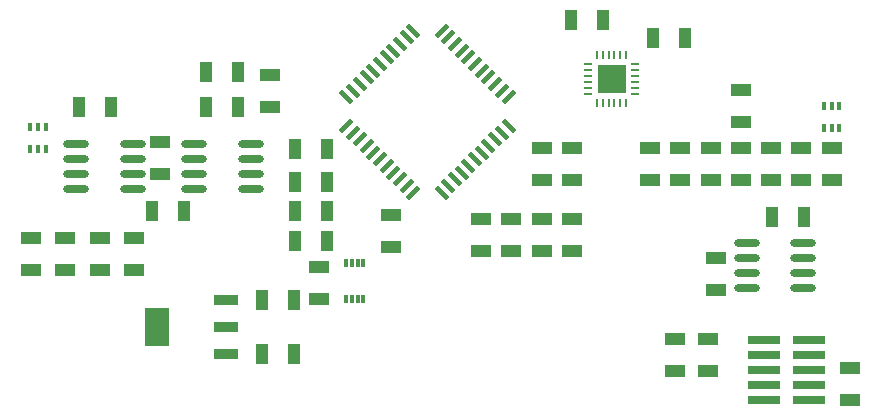
<source format=gtp>
G04 Layer_Color=8421504*
%FSLAX44Y44*%
%MOMM*%
G71*
G01*
G75*
%ADD10R,0.3000X0.6600*%
%ADD11R,1.7000X1.1000*%
%ADD12R,1.1000X1.7000*%
%ADD13O,2.2000X0.6000*%
%ADD14R,2.1500X3.2500*%
%ADD15R,2.1500X0.9500*%
%ADD16R,0.3000X0.8000*%
%ADD17R,2.4000X2.4000*%
%ADD18O,0.8000X0.2000*%
%ADD19O,0.2000X0.8000*%
%ADD20R,2.7940X0.7620*%
G04:AMPARAMS|DCode=21|XSize=0.4mm|YSize=1.4mm|CornerRadius=0mm|HoleSize=0mm|Usage=FLASHONLY|Rotation=225.000|XOffset=0mm|YOffset=0mm|HoleType=Round|Shape=Rectangle|*
%AMROTATEDRECTD21*
4,1,4,-0.3536,0.6364,0.6364,-0.3536,0.3536,-0.6364,-0.6364,0.3536,-0.3536,0.6364,0.0*
%
%ADD21ROTATEDRECTD21*%

G04:AMPARAMS|DCode=22|XSize=0.4mm|YSize=1.4mm|CornerRadius=0mm|HoleSize=0mm|Usage=FLASHONLY|Rotation=315.000|XOffset=0mm|YOffset=0mm|HoleType=Round|Shape=Rectangle|*
%AMROTATEDRECTD22*
4,1,4,-0.6364,-0.3536,0.3536,0.6364,0.6364,0.3536,-0.3536,-0.6364,-0.6364,-0.3536,0.0*
%
%ADD22ROTATEDRECTD22*%

D10*
X704500Y288250D02*
D03*
X711000D02*
D03*
X717500D02*
D03*
Y269750D02*
D03*
X711000D02*
D03*
X704500D02*
D03*
X32500Y270250D02*
D03*
X39000D02*
D03*
X45500D02*
D03*
Y251750D02*
D03*
X39000D02*
D03*
X32500D02*
D03*
D11*
X659667Y252500D02*
D03*
Y225500D02*
D03*
X613000Y132500D02*
D03*
Y159500D02*
D03*
X120000Y176500D02*
D03*
Y149500D02*
D03*
X91000Y176500D02*
D03*
Y149500D02*
D03*
X142000Y257500D02*
D03*
Y230500D02*
D03*
X634000Y301500D02*
D03*
Y274500D02*
D03*
X685333Y225500D02*
D03*
Y252500D02*
D03*
X711000Y225500D02*
D03*
Y252500D02*
D03*
X33000Y149500D02*
D03*
Y176500D02*
D03*
X62000D02*
D03*
Y149500D02*
D03*
X235000Y287000D02*
D03*
Y314000D02*
D03*
X277000Y151500D02*
D03*
Y124500D02*
D03*
X338000Y169000D02*
D03*
Y196000D02*
D03*
X465333Y252500D02*
D03*
Y225500D02*
D03*
X414000Y165500D02*
D03*
Y192500D02*
D03*
X439667Y165500D02*
D03*
Y192500D02*
D03*
X465333Y165500D02*
D03*
Y192500D02*
D03*
X491000Y165500D02*
D03*
Y192500D02*
D03*
X557000Y225500D02*
D03*
Y252500D02*
D03*
X634000Y225500D02*
D03*
Y252500D02*
D03*
X608333Y225500D02*
D03*
Y252500D02*
D03*
X582667D02*
D03*
Y225500D02*
D03*
X491000Y252500D02*
D03*
Y225500D02*
D03*
X726000Y66500D02*
D03*
Y39500D02*
D03*
X578000Y90500D02*
D03*
Y63500D02*
D03*
X606000Y90500D02*
D03*
Y63500D02*
D03*
D12*
X687500Y194000D02*
D03*
X660500D02*
D03*
X208000Y287000D02*
D03*
X181000D02*
D03*
X255500Y78000D02*
D03*
X228500D02*
D03*
X255500Y124000D02*
D03*
X228500D02*
D03*
X208000Y317000D02*
D03*
X181000D02*
D03*
X100500Y287000D02*
D03*
X73500D02*
D03*
X162500Y199000D02*
D03*
X135500D02*
D03*
X256500Y252000D02*
D03*
X283500D02*
D03*
Y199000D02*
D03*
X256500D02*
D03*
X283500Y224000D02*
D03*
X256500D02*
D03*
X283500Y174000D02*
D03*
X256500D02*
D03*
X517000Y361000D02*
D03*
X490000D02*
D03*
X586500Y346000D02*
D03*
X559500D02*
D03*
D13*
X687000Y133950D02*
D03*
Y146650D02*
D03*
Y159350D02*
D03*
Y172050D02*
D03*
X639000Y133950D02*
D03*
Y146650D02*
D03*
Y159350D02*
D03*
Y172050D02*
D03*
X71000Y255850D02*
D03*
Y243150D02*
D03*
Y230450D02*
D03*
Y217750D02*
D03*
X119000Y255850D02*
D03*
Y243150D02*
D03*
Y230450D02*
D03*
Y217750D02*
D03*
X219000Y217950D02*
D03*
Y230650D02*
D03*
Y243350D02*
D03*
Y256050D02*
D03*
X171000Y217950D02*
D03*
Y230650D02*
D03*
Y243350D02*
D03*
Y256050D02*
D03*
D14*
X140000Y101000D02*
D03*
D15*
X198000Y124000D02*
D03*
Y101000D02*
D03*
Y78000D02*
D03*
D16*
X299500Y124500D02*
D03*
X304500D02*
D03*
X309500D02*
D03*
X314500D02*
D03*
X299500Y155500D02*
D03*
X304500D02*
D03*
X309500D02*
D03*
X314500D02*
D03*
D17*
X524500Y311000D02*
D03*
D18*
X544500Y323500D02*
D03*
Y318500D02*
D03*
Y313500D02*
D03*
Y308500D02*
D03*
Y303500D02*
D03*
Y298500D02*
D03*
X504500D02*
D03*
Y303500D02*
D03*
Y308500D02*
D03*
Y313500D02*
D03*
Y318500D02*
D03*
Y323500D02*
D03*
D19*
X537000Y291000D02*
D03*
X532000D02*
D03*
X527000D02*
D03*
X522000D02*
D03*
X517000D02*
D03*
X512000D02*
D03*
Y331000D02*
D03*
X517000D02*
D03*
X522000D02*
D03*
X527000D02*
D03*
X532000D02*
D03*
X537000D02*
D03*
D20*
X654000Y90100D02*
D03*
X692100D02*
D03*
X654000Y77400D02*
D03*
X692100D02*
D03*
X654000Y64700D02*
D03*
X692100D02*
D03*
X654000Y52000D02*
D03*
X692100D02*
D03*
X654000Y39300D02*
D03*
X692100D02*
D03*
D21*
X437284Y271284D02*
D03*
X431627Y265627D02*
D03*
X425971Y259971D02*
D03*
X420314Y254314D02*
D03*
X414657Y248657D02*
D03*
X409000Y243000D02*
D03*
X403343Y237343D02*
D03*
X397686Y231686D02*
D03*
X392029Y226029D02*
D03*
X386372Y220373D02*
D03*
X380716Y214716D02*
D03*
X300105Y295326D02*
D03*
X305762Y300983D02*
D03*
X311419Y306640D02*
D03*
X317076Y312297D02*
D03*
X322733Y317953D02*
D03*
X328390Y323610D02*
D03*
X334047Y329267D02*
D03*
X339703Y334924D02*
D03*
X345360Y340581D02*
D03*
X351017Y346238D02*
D03*
X356674Y351894D02*
D03*
D22*
X356674Y214716D02*
D03*
X351017Y220373D02*
D03*
X345360Y226029D02*
D03*
X339703Y231686D02*
D03*
X334047Y237343D02*
D03*
X328390Y243000D02*
D03*
X322733Y248657D02*
D03*
X317076Y254314D02*
D03*
X311419Y259970D02*
D03*
X305762Y265627D02*
D03*
X300105Y271284D02*
D03*
X380716Y351895D02*
D03*
X386372Y346238D02*
D03*
X392029Y340581D02*
D03*
X397686Y334924D02*
D03*
X403343Y329267D02*
D03*
X409000Y323610D02*
D03*
X414657Y317953D02*
D03*
X420314Y312297D02*
D03*
X425970Y306640D02*
D03*
X431628Y300983D02*
D03*
X437284Y295326D02*
D03*
M02*

</source>
